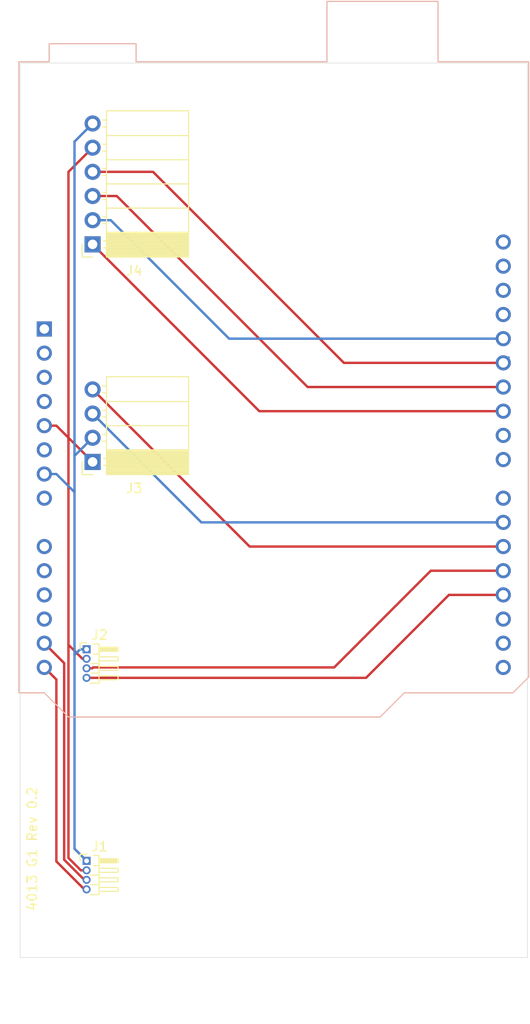
<source format=kicad_pcb>
(kicad_pcb (version 20171130) (host pcbnew "(5.1.10)-1")

  (general
    (thickness 1.6)
    (drawings 18)
    (tracks 58)
    (zones 0)
    (modules 5)
    (nets 33)
  )

  (page A4)
  (layers
    (0 F.Cu signal)
    (31 B.Cu signal)
    (32 B.Adhes user)
    (33 F.Adhes user)
    (34 B.Paste user)
    (35 F.Paste user)
    (36 B.SilkS user)
    (37 F.SilkS user)
    (38 B.Mask user)
    (39 F.Mask user)
    (40 Dwgs.User user)
    (41 Cmts.User user)
    (42 Eco1.User user)
    (43 Eco2.User user)
    (44 Edge.Cuts user)
    (45 Margin user)
    (46 B.CrtYd user)
    (47 F.CrtYd user)
    (48 B.Fab user)
    (49 F.Fab user)
  )

  (setup
    (last_trace_width 0.25)
    (trace_clearance 0.2)
    (zone_clearance 0.508)
    (zone_45_only no)
    (trace_min 0.2)
    (via_size 0.8)
    (via_drill 0.4)
    (via_min_size 0.4)
    (via_min_drill 0.3)
    (uvia_size 0.3)
    (uvia_drill 0.1)
    (uvias_allowed no)
    (uvia_min_size 0.2)
    (uvia_min_drill 0.1)
    (edge_width 0.05)
    (segment_width 0.2)
    (pcb_text_width 0.3)
    (pcb_text_size 1.5 1.5)
    (mod_edge_width 0.12)
    (mod_text_size 1 1)
    (mod_text_width 0.15)
    (pad_size 0.85 0.85)
    (pad_drill 0.5)
    (pad_to_mask_clearance 0)
    (aux_axis_origin 0 0)
    (visible_elements 7FFFFFFF)
    (pcbplotparams
      (layerselection 0x010fc_ffffffff)
      (usegerberextensions false)
      (usegerberattributes true)
      (usegerberadvancedattributes true)
      (creategerberjobfile true)
      (excludeedgelayer true)
      (linewidth 0.100000)
      (plotframeref false)
      (viasonmask false)
      (mode 1)
      (useauxorigin false)
      (hpglpennumber 1)
      (hpglpenspeed 20)
      (hpglpendiameter 15.000000)
      (psnegative false)
      (psa4output false)
      (plotreference true)
      (plotvalue true)
      (plotinvisibletext false)
      (padsonsilk false)
      (subtractmaskfromsilk false)
      (outputformat 1)
      (mirror false)
      (drillshape 1)
      (scaleselection 1)
      (outputdirectory ""))
  )

  (net 0 "")
  (net 1 "Net-(A1-Pad16)")
  (net 2 "Net-(A1-Pad15)")
  (net 3 "Net-(A1-Pad30)")
  (net 4 "Net-(A1-Pad14)")
  (net 5 "Net-(A1-Pad29)")
  (net 6 "Net-(A1-Pad13)")
  (net 7 "Net-(A1-Pad28)")
  (net 8 "Net-(A1-Pad12)")
  (net 9 "Net-(A1-Pad27)")
  (net 10 "Net-(A1-Pad11)")
  (net 11 "Net-(A1-Pad26)")
  (net 12 "Net-(A1-Pad10)")
  (net 13 "Net-(A1-Pad25)")
  (net 14 "Net-(A1-Pad9)")
  (net 15 "Net-(A1-Pad24)")
  (net 16 "Net-(A1-Pad8)")
  (net 17 "Net-(A1-Pad23)")
  (net 18 "Net-(A1-Pad7)")
  (net 19 "Net-(A1-Pad22)")
  (net 20 "Net-(A1-Pad6)")
  (net 21 "Net-(A1-Pad21)")
  (net 22 "Net-(A1-Pad5)")
  (net 23 "Net-(A1-Pad20)")
  (net 24 "Net-(A1-Pad4)")
  (net 25 "Net-(A1-Pad19)")
  (net 26 "Net-(A1-Pad3)")
  (net 27 "Net-(A1-Pad18)")
  (net 28 "Net-(A1-Pad2)")
  (net 29 "Net-(A1-Pad17)")
  (net 30 "Net-(A1-Pad1)")
  (net 31 "Net-(A1-Pad31)")
  (net 32 "Net-(A1-Pad32)")

  (net_class Default "This is the default net class."
    (clearance 0.2)
    (trace_width 0.25)
    (via_dia 0.8)
    (via_drill 0.4)
    (uvia_dia 0.3)
    (uvia_drill 0.1)
    (add_net "Net-(A1-Pad1)")
    (add_net "Net-(A1-Pad10)")
    (add_net "Net-(A1-Pad11)")
    (add_net "Net-(A1-Pad12)")
    (add_net "Net-(A1-Pad13)")
    (add_net "Net-(A1-Pad14)")
    (add_net "Net-(A1-Pad15)")
    (add_net "Net-(A1-Pad16)")
    (add_net "Net-(A1-Pad17)")
    (add_net "Net-(A1-Pad18)")
    (add_net "Net-(A1-Pad19)")
    (add_net "Net-(A1-Pad2)")
    (add_net "Net-(A1-Pad20)")
    (add_net "Net-(A1-Pad21)")
    (add_net "Net-(A1-Pad22)")
    (add_net "Net-(A1-Pad23)")
    (add_net "Net-(A1-Pad24)")
    (add_net "Net-(A1-Pad25)")
    (add_net "Net-(A1-Pad26)")
    (add_net "Net-(A1-Pad27)")
    (add_net "Net-(A1-Pad28)")
    (add_net "Net-(A1-Pad29)")
    (add_net "Net-(A1-Pad3)")
    (add_net "Net-(A1-Pad30)")
    (add_net "Net-(A1-Pad31)")
    (add_net "Net-(A1-Pad32)")
    (add_net "Net-(A1-Pad4)")
    (add_net "Net-(A1-Pad5)")
    (add_net "Net-(A1-Pad6)")
    (add_net "Net-(A1-Pad7)")
    (add_net "Net-(A1-Pad8)")
    (add_net "Net-(A1-Pad9)")
  )

  (module Module:Arduino_UNO_R3 (layer B.Cu) (tedit 58AB60FC) (tstamp 6174C11F)
    (at 92.71 92.71 270)
    (descr "Arduino UNO R3, http://www.mouser.com/pdfdocs/Gravitech_Arduino_Nano3_0.pdf")
    (tags "Arduino UNO R3")
    (path /61745C35)
    (fp_text reference A1 (at 1.27 3.81 90) (layer Dwgs.User)
      (effects (font (size 1 1) (thickness 0.15)))
    )
    (fp_text value Arduino_UNO_R3 (at 0 -22.86 270) (layer Dwgs.User)
      (effects (font (size 1 1) (thickness 0.15)))
    )
    (fp_line (start 38.35 2.79) (end 38.35 0) (layer B.CrtYd) (width 0.05))
    (fp_line (start 38.35 0) (end 40.89 -2.54) (layer B.CrtYd) (width 0.05))
    (fp_line (start 40.89 -2.54) (end 40.89 -35.31) (layer B.CrtYd) (width 0.05))
    (fp_line (start 40.89 -35.31) (end 38.35 -37.85) (layer B.CrtYd) (width 0.05))
    (fp_line (start 38.35 -37.85) (end 38.35 -49.28) (layer B.CrtYd) (width 0.05))
    (fp_line (start 38.35 -49.28) (end 36.58 -51.05) (layer B.CrtYd) (width 0.05))
    (fp_line (start 36.58 -51.05) (end -28.19 -51.05) (layer B.CrtYd) (width 0.05))
    (fp_line (start -28.19 -51.05) (end -28.19 -41.53) (layer B.CrtYd) (width 0.05))
    (fp_line (start -28.19 -41.53) (end -34.54 -41.53) (layer B.CrtYd) (width 0.05))
    (fp_line (start -34.54 -41.53) (end -34.54 -29.59) (layer B.CrtYd) (width 0.05))
    (fp_line (start -34.54 -29.59) (end -28.19 -29.59) (layer B.CrtYd) (width 0.05))
    (fp_line (start -28.19 -29.59) (end -28.19 -9.78) (layer B.CrtYd) (width 0.05))
    (fp_line (start -28.19 -9.78) (end -30.1 -9.78) (layer B.CrtYd) (width 0.05))
    (fp_line (start -30.1 -9.78) (end -30.1 -0.38) (layer B.CrtYd) (width 0.05))
    (fp_line (start -30.1 -0.38) (end -28.19 -0.38) (layer B.CrtYd) (width 0.05))
    (fp_line (start -28.19 -0.38) (end -28.19 2.79) (layer B.CrtYd) (width 0.05))
    (fp_line (start -28.19 2.79) (end 38.35 2.79) (layer B.CrtYd) (width 0.05))
    (fp_line (start 40.77 -35.31) (end 40.77 -2.54) (layer B.SilkS) (width 0.12))
    (fp_line (start 40.77 -2.54) (end 38.23 0) (layer B.SilkS) (width 0.12))
    (fp_line (start 38.23 0) (end 38.23 2.67) (layer B.SilkS) (width 0.12))
    (fp_line (start 38.23 2.67) (end -28.07 2.67) (layer B.SilkS) (width 0.12))
    (fp_line (start -28.07 2.67) (end -28.07 -0.51) (layer B.SilkS) (width 0.12))
    (fp_line (start -28.07 -0.51) (end -29.97 -0.51) (layer B.SilkS) (width 0.12))
    (fp_line (start -29.97 -0.51) (end -29.97 -9.65) (layer B.SilkS) (width 0.12))
    (fp_line (start -29.97 -9.65) (end -28.07 -9.65) (layer B.SilkS) (width 0.12))
    (fp_line (start -28.07 -9.65) (end -28.07 -29.72) (layer B.SilkS) (width 0.12))
    (fp_line (start -28.07 -29.72) (end -34.42 -29.72) (layer B.SilkS) (width 0.12))
    (fp_line (start -34.42 -29.72) (end -34.42 -41.4) (layer B.SilkS) (width 0.12))
    (fp_line (start -34.42 -41.4) (end -28.07 -41.4) (layer B.SilkS) (width 0.12))
    (fp_line (start -28.07 -41.4) (end -28.07 -50.93) (layer B.SilkS) (width 0.12))
    (fp_line (start -28.07 -50.93) (end 36.58 -50.93) (layer B.SilkS) (width 0.12))
    (fp_line (start 36.58 -50.93) (end 38.23 -49.28) (layer B.SilkS) (width 0.12))
    (fp_line (start 38.23 -49.28) (end 38.23 -37.85) (layer B.SilkS) (width 0.12))
    (fp_line (start 38.23 -37.85) (end 40.77 -35.31) (layer B.SilkS) (width 0.12))
    (fp_line (start -34.29 -29.84) (end -18.41 -29.84) (layer B.Fab) (width 0.1))
    (fp_line (start -18.41 -29.84) (end -18.41 -41.27) (layer B.Fab) (width 0.1))
    (fp_line (start -18.41 -41.27) (end -34.29 -41.27) (layer B.Fab) (width 0.1))
    (fp_line (start -34.29 -41.27) (end -34.29 -29.84) (layer B.Fab) (width 0.1))
    (fp_line (start -29.84 -0.64) (end -16.51 -0.64) (layer B.Fab) (width 0.1))
    (fp_line (start -16.51 -0.64) (end -16.51 -9.53) (layer B.Fab) (width 0.1))
    (fp_line (start -16.51 -9.53) (end -29.84 -9.53) (layer B.Fab) (width 0.1))
    (fp_line (start -29.84 -9.53) (end -29.84 -0.64) (layer B.Fab) (width 0.1))
    (fp_line (start 38.1 -37.85) (end 38.1 -49.28) (layer B.Fab) (width 0.1))
    (fp_line (start 40.64 -2.54) (end 40.64 -35.31) (layer B.Fab) (width 0.1))
    (fp_line (start 40.64 -35.31) (end 38.1 -37.85) (layer B.Fab) (width 0.1))
    (fp_line (start 38.1 2.54) (end 38.1 0) (layer B.Fab) (width 0.1))
    (fp_line (start 38.1 0) (end 40.64 -2.54) (layer B.Fab) (width 0.1))
    (fp_line (start 38.1 -49.28) (end 36.58 -50.8) (layer B.Fab) (width 0.1))
    (fp_line (start 36.58 -50.8) (end -27.94 -50.8) (layer B.Fab) (width 0.1))
    (fp_line (start -27.94 -50.8) (end -27.94 2.54) (layer B.Fab) (width 0.1))
    (fp_line (start -27.94 2.54) (end 38.1 2.54) (layer B.Fab) (width 0.1))
    (fp_text user %R (at 0 -20.32 90) (layer Dwgs.User)
      (effects (font (size 1 1) (thickness 0.15)))
    )
    (pad 16 thru_hole oval (at 33.02 -48.26 180) (size 1.6 1.6) (drill 1) (layers *.Cu *.Mask)
      (net 1 "Net-(A1-Pad16)"))
    (pad 15 thru_hole oval (at 35.56 -48.26 180) (size 1.6 1.6) (drill 1) (layers *.Cu *.Mask)
      (net 2 "Net-(A1-Pad15)"))
    (pad 30 thru_hole oval (at -4.06 -48.26 180) (size 1.6 1.6) (drill 1) (layers *.Cu *.Mask)
      (net 3 "Net-(A1-Pad30)"))
    (pad 14 thru_hole oval (at 35.56 0 180) (size 1.6 1.6) (drill 1) (layers *.Cu *.Mask)
      (net 4 "Net-(A1-Pad14)"))
    (pad 29 thru_hole oval (at -1.52 -48.26 180) (size 1.6 1.6) (drill 1) (layers *.Cu *.Mask)
      (net 5 "Net-(A1-Pad29)"))
    (pad 13 thru_hole oval (at 33.02 0 180) (size 1.6 1.6) (drill 1) (layers *.Cu *.Mask)
      (net 6 "Net-(A1-Pad13)"))
    (pad 28 thru_hole oval (at 1.02 -48.26 180) (size 1.6 1.6) (drill 1) (layers *.Cu *.Mask)
      (net 7 "Net-(A1-Pad28)"))
    (pad 12 thru_hole oval (at 30.48 0 180) (size 1.6 1.6) (drill 1) (layers *.Cu *.Mask)
      (net 8 "Net-(A1-Pad12)"))
    (pad 27 thru_hole oval (at 3.56 -48.26 180) (size 1.6 1.6) (drill 1) (layers *.Cu *.Mask)
      (net 9 "Net-(A1-Pad27)"))
    (pad 11 thru_hole oval (at 27.94 0 180) (size 1.6 1.6) (drill 1) (layers *.Cu *.Mask)
      (net 10 "Net-(A1-Pad11)"))
    (pad 26 thru_hole oval (at 6.1 -48.26 180) (size 1.6 1.6) (drill 1) (layers *.Cu *.Mask)
      (net 11 "Net-(A1-Pad26)"))
    (pad 10 thru_hole oval (at 25.4 0 180) (size 1.6 1.6) (drill 1) (layers *.Cu *.Mask)
      (net 12 "Net-(A1-Pad10)"))
    (pad 25 thru_hole oval (at 8.64 -48.26 180) (size 1.6 1.6) (drill 1) (layers *.Cu *.Mask)
      (net 13 "Net-(A1-Pad25)"))
    (pad 9 thru_hole oval (at 22.86 0 180) (size 1.6 1.6) (drill 1) (layers *.Cu *.Mask)
      (net 14 "Net-(A1-Pad9)"))
    (pad 24 thru_hole oval (at 11.18 -48.26 180) (size 1.6 1.6) (drill 1) (layers *.Cu *.Mask)
      (net 15 "Net-(A1-Pad24)"))
    (pad 8 thru_hole oval (at 17.78 0 180) (size 1.6 1.6) (drill 1) (layers *.Cu *.Mask)
      (net 16 "Net-(A1-Pad8)"))
    (pad 23 thru_hole oval (at 13.72 -48.26 180) (size 1.6 1.6) (drill 1) (layers *.Cu *.Mask)
      (net 17 "Net-(A1-Pad23)"))
    (pad 7 thru_hole oval (at 15.24 0 180) (size 1.6 1.6) (drill 1) (layers *.Cu *.Mask)
      (net 18 "Net-(A1-Pad7)"))
    (pad 22 thru_hole oval (at 17.78 -48.26 180) (size 1.6 1.6) (drill 1) (layers *.Cu *.Mask)
      (net 19 "Net-(A1-Pad22)"))
    (pad 6 thru_hole oval (at 12.7 0 180) (size 1.6 1.6) (drill 1) (layers *.Cu *.Mask)
      (net 20 "Net-(A1-Pad6)"))
    (pad 21 thru_hole oval (at 20.32 -48.26 180) (size 1.6 1.6) (drill 1) (layers *.Cu *.Mask)
      (net 21 "Net-(A1-Pad21)"))
    (pad 5 thru_hole oval (at 10.16 0 180) (size 1.6 1.6) (drill 1) (layers *.Cu *.Mask)
      (net 22 "Net-(A1-Pad5)"))
    (pad 20 thru_hole oval (at 22.86 -48.26 180) (size 1.6 1.6) (drill 1) (layers *.Cu *.Mask)
      (net 23 "Net-(A1-Pad20)"))
    (pad 4 thru_hole oval (at 7.62 0 180) (size 1.6 1.6) (drill 1) (layers *.Cu *.Mask)
      (net 24 "Net-(A1-Pad4)"))
    (pad 19 thru_hole oval (at 25.4 -48.26 180) (size 1.6 1.6) (drill 1) (layers *.Cu *.Mask)
      (net 25 "Net-(A1-Pad19)"))
    (pad 3 thru_hole oval (at 5.08 0 180) (size 1.6 1.6) (drill 1) (layers *.Cu *.Mask)
      (net 26 "Net-(A1-Pad3)"))
    (pad 18 thru_hole oval (at 27.94 -48.26 180) (size 1.6 1.6) (drill 1) (layers *.Cu *.Mask)
      (net 27 "Net-(A1-Pad18)"))
    (pad 2 thru_hole oval (at 2.54 0 180) (size 1.6 1.6) (drill 1) (layers *.Cu *.Mask)
      (net 28 "Net-(A1-Pad2)"))
    (pad 17 thru_hole oval (at 30.48 -48.26 180) (size 1.6 1.6) (drill 1) (layers *.Cu *.Mask)
      (net 29 "Net-(A1-Pad17)"))
    (pad 1 thru_hole rect (at 0 0 180) (size 1.6 1.6) (drill 1) (layers *.Cu *.Mask)
      (net 30 "Net-(A1-Pad1)"))
    (pad 31 thru_hole oval (at -6.6 -48.26 180) (size 1.6 1.6) (drill 1) (layers *.Cu *.Mask)
      (net 31 "Net-(A1-Pad31)"))
    (pad 32 thru_hole oval (at -9.14 -48.26 180) (size 1.6 1.6) (drill 1) (layers *.Cu *.Mask)
      (net 32 "Net-(A1-Pad32)"))
    (model ${KISYS3DMOD}/Module.3dshapes/Arduino_UNO_R3.wrl
      (at (xyz 0 0 0))
      (scale (xyz 1 1 1))
      (rotate (xyz 0 0 0))
    )
  )

  (module Connector_PinSocket_2.54mm:PinSocket_1x06_P2.54mm_Horizontal (layer F.Cu) (tedit 5A19A42D) (tstamp 618103AF)
    (at 97.79 83.82 180)
    (descr "Through hole angled socket strip, 1x06, 2.54mm pitch, 8.51mm socket length, single row (from Kicad 4.0.7), script generated")
    (tags "Through hole angled socket strip THT 1x06 2.54mm single row")
    (path /6174B27E)
    (fp_text reference J4 (at -4.38 -2.77) (layer F.SilkS)
      (effects (font (size 1 1) (thickness 0.15)))
    )
    (fp_text value "SD (SPI)" (at -4.38 15.47) (layer F.Fab)
      (effects (font (size 1 1) (thickness 0.15)))
    )
    (fp_line (start 1.75 14.45) (end 1.75 -1.8) (layer F.CrtYd) (width 0.05))
    (fp_line (start -10.55 14.45) (end 1.75 14.45) (layer F.CrtYd) (width 0.05))
    (fp_line (start -10.55 -1.8) (end -10.55 14.45) (layer F.CrtYd) (width 0.05))
    (fp_line (start 1.75 -1.8) (end -10.55 -1.8) (layer F.CrtYd) (width 0.05))
    (fp_line (start 0 -1.33) (end 1.11 -1.33) (layer F.SilkS) (width 0.12))
    (fp_line (start 1.11 -1.33) (end 1.11 0) (layer F.SilkS) (width 0.12))
    (fp_line (start -10.09 -1.33) (end -10.09 14.03) (layer F.SilkS) (width 0.12))
    (fp_line (start -10.09 14.03) (end -1.46 14.03) (layer F.SilkS) (width 0.12))
    (fp_line (start -1.46 -1.33) (end -1.46 14.03) (layer F.SilkS) (width 0.12))
    (fp_line (start -10.09 -1.33) (end -1.46 -1.33) (layer F.SilkS) (width 0.12))
    (fp_line (start -10.09 11.43) (end -1.46 11.43) (layer F.SilkS) (width 0.12))
    (fp_line (start -10.09 8.89) (end -1.46 8.89) (layer F.SilkS) (width 0.12))
    (fp_line (start -10.09 6.35) (end -1.46 6.35) (layer F.SilkS) (width 0.12))
    (fp_line (start -10.09 3.81) (end -1.46 3.81) (layer F.SilkS) (width 0.12))
    (fp_line (start -10.09 1.27) (end -1.46 1.27) (layer F.SilkS) (width 0.12))
    (fp_line (start -1.46 13.06) (end -1.05 13.06) (layer F.SilkS) (width 0.12))
    (fp_line (start -1.46 12.34) (end -1.05 12.34) (layer F.SilkS) (width 0.12))
    (fp_line (start -1.46 10.52) (end -1.05 10.52) (layer F.SilkS) (width 0.12))
    (fp_line (start -1.46 9.8) (end -1.05 9.8) (layer F.SilkS) (width 0.12))
    (fp_line (start -1.46 7.98) (end -1.05 7.98) (layer F.SilkS) (width 0.12))
    (fp_line (start -1.46 7.26) (end -1.05 7.26) (layer F.SilkS) (width 0.12))
    (fp_line (start -1.46 5.44) (end -1.05 5.44) (layer F.SilkS) (width 0.12))
    (fp_line (start -1.46 4.72) (end -1.05 4.72) (layer F.SilkS) (width 0.12))
    (fp_line (start -1.46 2.9) (end -1.05 2.9) (layer F.SilkS) (width 0.12))
    (fp_line (start -1.46 2.18) (end -1.05 2.18) (layer F.SilkS) (width 0.12))
    (fp_line (start -1.46 0.36) (end -1.11 0.36) (layer F.SilkS) (width 0.12))
    (fp_line (start -1.46 -0.36) (end -1.11 -0.36) (layer F.SilkS) (width 0.12))
    (fp_line (start -10.09 1.1519) (end -1.46 1.1519) (layer F.SilkS) (width 0.12))
    (fp_line (start -10.09 1.033805) (end -1.46 1.033805) (layer F.SilkS) (width 0.12))
    (fp_line (start -10.09 0.91571) (end -1.46 0.91571) (layer F.SilkS) (width 0.12))
    (fp_line (start -10.09 0.797615) (end -1.46 0.797615) (layer F.SilkS) (width 0.12))
    (fp_line (start -10.09 0.67952) (end -1.46 0.67952) (layer F.SilkS) (width 0.12))
    (fp_line (start -10.09 0.561425) (end -1.46 0.561425) (layer F.SilkS) (width 0.12))
    (fp_line (start -10.09 0.44333) (end -1.46 0.44333) (layer F.SilkS) (width 0.12))
    (fp_line (start -10.09 0.325235) (end -1.46 0.325235) (layer F.SilkS) (width 0.12))
    (fp_line (start -10.09 0.20714) (end -1.46 0.20714) (layer F.SilkS) (width 0.12))
    (fp_line (start -10.09 0.089045) (end -1.46 0.089045) (layer F.SilkS) (width 0.12))
    (fp_line (start -10.09 -0.02905) (end -1.46 -0.02905) (layer F.SilkS) (width 0.12))
    (fp_line (start -10.09 -0.147145) (end -1.46 -0.147145) (layer F.SilkS) (width 0.12))
    (fp_line (start -10.09 -0.26524) (end -1.46 -0.26524) (layer F.SilkS) (width 0.12))
    (fp_line (start -10.09 -0.383335) (end -1.46 -0.383335) (layer F.SilkS) (width 0.12))
    (fp_line (start -10.09 -0.50143) (end -1.46 -0.50143) (layer F.SilkS) (width 0.12))
    (fp_line (start -10.09 -0.619525) (end -1.46 -0.619525) (layer F.SilkS) (width 0.12))
    (fp_line (start -10.09 -0.73762) (end -1.46 -0.73762) (layer F.SilkS) (width 0.12))
    (fp_line (start -10.09 -0.855715) (end -1.46 -0.855715) (layer F.SilkS) (width 0.12))
    (fp_line (start -10.09 -0.97381) (end -1.46 -0.97381) (layer F.SilkS) (width 0.12))
    (fp_line (start -10.09 -1.091905) (end -1.46 -1.091905) (layer F.SilkS) (width 0.12))
    (fp_line (start -10.09 -1.21) (end -1.46 -1.21) (layer F.SilkS) (width 0.12))
    (fp_line (start 0 13) (end 0 12.4) (layer F.Fab) (width 0.1))
    (fp_line (start -1.52 13) (end 0 13) (layer F.Fab) (width 0.1))
    (fp_line (start 0 12.4) (end -1.52 12.4) (layer F.Fab) (width 0.1))
    (fp_line (start 0 10.46) (end 0 9.86) (layer F.Fab) (width 0.1))
    (fp_line (start -1.52 10.46) (end 0 10.46) (layer F.Fab) (width 0.1))
    (fp_line (start 0 9.86) (end -1.52 9.86) (layer F.Fab) (width 0.1))
    (fp_line (start 0 7.92) (end 0 7.32) (layer F.Fab) (width 0.1))
    (fp_line (start -1.52 7.92) (end 0 7.92) (layer F.Fab) (width 0.1))
    (fp_line (start 0 7.32) (end -1.52 7.32) (layer F.Fab) (width 0.1))
    (fp_line (start 0 5.38) (end 0 4.78) (layer F.Fab) (width 0.1))
    (fp_line (start -1.52 5.38) (end 0 5.38) (layer F.Fab) (width 0.1))
    (fp_line (start 0 4.78) (end -1.52 4.78) (layer F.Fab) (width 0.1))
    (fp_line (start 0 2.84) (end 0 2.24) (layer F.Fab) (width 0.1))
    (fp_line (start -1.52 2.84) (end 0 2.84) (layer F.Fab) (width 0.1))
    (fp_line (start 0 2.24) (end -1.52 2.24) (layer F.Fab) (width 0.1))
    (fp_line (start 0 0.3) (end 0 -0.3) (layer F.Fab) (width 0.1))
    (fp_line (start -1.52 0.3) (end 0 0.3) (layer F.Fab) (width 0.1))
    (fp_line (start 0 -0.3) (end -1.52 -0.3) (layer F.Fab) (width 0.1))
    (fp_line (start -10.03 13.97) (end -10.03 -1.27) (layer F.Fab) (width 0.1))
    (fp_line (start -1.52 13.97) (end -10.03 13.97) (layer F.Fab) (width 0.1))
    (fp_line (start -1.52 -0.3) (end -1.52 13.97) (layer F.Fab) (width 0.1))
    (fp_line (start -2.49 -1.27) (end -1.52 -0.3) (layer F.Fab) (width 0.1))
    (fp_line (start -10.03 -1.27) (end -2.49 -1.27) (layer F.Fab) (width 0.1))
    (fp_text user %R (at -5.775 6.35 90) (layer F.Fab)
      (effects (font (size 1 1) (thickness 0.15)))
    )
    (pad 6 thru_hole oval (at 0 12.7 180) (size 1.7 1.7) (drill 1) (layers *.Cu *.Mask)
      (net 18 "Net-(A1-Pad7)"))
    (pad 5 thru_hole oval (at 0 10.16 180) (size 1.7 1.7) (drill 1) (layers *.Cu *.Mask)
      (net 22 "Net-(A1-Pad5)"))
    (pad 4 thru_hole oval (at 0 7.62 180) (size 1.7 1.7) (drill 1) (layers *.Cu *.Mask)
      (net 9 "Net-(A1-Pad27)"))
    (pad 3 thru_hole oval (at 0 5.08 180) (size 1.7 1.7) (drill 1) (layers *.Cu *.Mask)
      (net 11 "Net-(A1-Pad26)"))
    (pad 2 thru_hole oval (at 0 2.54 180) (size 1.7 1.7) (drill 1) (layers *.Cu *.Mask)
      (net 7 "Net-(A1-Pad28)"))
    (pad 1 thru_hole rect (at 0 0 180) (size 1.7 1.7) (drill 1) (layers *.Cu *.Mask)
      (net 13 "Net-(A1-Pad25)"))
    (model ${KISYS3DMOD}/Connector_PinSocket_2.54mm.3dshapes/PinSocket_1x06_P2.54mm_Horizontal.wrl
      (at (xyz 0 0 0))
      (scale (xyz 1 1 1))
      (rotate (xyz 0 0 0))
    )
  )

  (module Connector_PinSocket_2.54mm:PinSocket_1x04_P2.54mm_Horizontal (layer F.Cu) (tedit 5A19A424) (tstamp 6180F040)
    (at 97.79 106.68 180)
    (descr "Through hole angled socket strip, 1x04, 2.54mm pitch, 8.51mm socket length, single row (from Kicad 4.0.7), script generated")
    (tags "Through hole angled socket strip THT 1x04 2.54mm single row")
    (path /6174C279)
    (fp_text reference J3 (at -4.38 -2.77) (layer F.SilkS)
      (effects (font (size 1 1) (thickness 0.15)))
    )
    (fp_text value "BT (UART)" (at -4.38 10.39) (layer F.Fab)
      (effects (font (size 1 1) (thickness 0.15)))
    )
    (fp_line (start 1.75 9.45) (end 1.75 -1.75) (layer F.CrtYd) (width 0.05))
    (fp_line (start -10.55 9.45) (end 1.75 9.45) (layer F.CrtYd) (width 0.05))
    (fp_line (start -10.55 -1.75) (end -10.55 9.45) (layer F.CrtYd) (width 0.05))
    (fp_line (start 1.75 -1.75) (end -10.55 -1.75) (layer F.CrtYd) (width 0.05))
    (fp_line (start 0 -1.33) (end 1.11 -1.33) (layer F.SilkS) (width 0.12))
    (fp_line (start 1.11 -1.33) (end 1.11 0) (layer F.SilkS) (width 0.12))
    (fp_line (start -10.09 -1.33) (end -10.09 8.95) (layer F.SilkS) (width 0.12))
    (fp_line (start -10.09 8.95) (end -1.46 8.95) (layer F.SilkS) (width 0.12))
    (fp_line (start -1.46 -1.33) (end -1.46 8.95) (layer F.SilkS) (width 0.12))
    (fp_line (start -10.09 -1.33) (end -1.46 -1.33) (layer F.SilkS) (width 0.12))
    (fp_line (start -10.09 6.35) (end -1.46 6.35) (layer F.SilkS) (width 0.12))
    (fp_line (start -10.09 3.81) (end -1.46 3.81) (layer F.SilkS) (width 0.12))
    (fp_line (start -10.09 1.27) (end -1.46 1.27) (layer F.SilkS) (width 0.12))
    (fp_line (start -1.46 7.98) (end -1.05 7.98) (layer F.SilkS) (width 0.12))
    (fp_line (start -1.46 7.26) (end -1.05 7.26) (layer F.SilkS) (width 0.12))
    (fp_line (start -1.46 5.44) (end -1.05 5.44) (layer F.SilkS) (width 0.12))
    (fp_line (start -1.46 4.72) (end -1.05 4.72) (layer F.SilkS) (width 0.12))
    (fp_line (start -1.46 2.9) (end -1.05 2.9) (layer F.SilkS) (width 0.12))
    (fp_line (start -1.46 2.18) (end -1.05 2.18) (layer F.SilkS) (width 0.12))
    (fp_line (start -1.46 0.36) (end -1.11 0.36) (layer F.SilkS) (width 0.12))
    (fp_line (start -1.46 -0.36) (end -1.11 -0.36) (layer F.SilkS) (width 0.12))
    (fp_line (start -10.09 1.1519) (end -1.46 1.1519) (layer F.SilkS) (width 0.12))
    (fp_line (start -10.09 1.033805) (end -1.46 1.033805) (layer F.SilkS) (width 0.12))
    (fp_line (start -10.09 0.91571) (end -1.46 0.91571) (layer F.SilkS) (width 0.12))
    (fp_line (start -10.09 0.797615) (end -1.46 0.797615) (layer F.SilkS) (width 0.12))
    (fp_line (start -10.09 0.67952) (end -1.46 0.67952) (layer F.SilkS) (width 0.12))
    (fp_line (start -10.09 0.561425) (end -1.46 0.561425) (layer F.SilkS) (width 0.12))
    (fp_line (start -10.09 0.44333) (end -1.46 0.44333) (layer F.SilkS) (width 0.12))
    (fp_line (start -10.09 0.325235) (end -1.46 0.325235) (layer F.SilkS) (width 0.12))
    (fp_line (start -10.09 0.20714) (end -1.46 0.20714) (layer F.SilkS) (width 0.12))
    (fp_line (start -10.09 0.089045) (end -1.46 0.089045) (layer F.SilkS) (width 0.12))
    (fp_line (start -10.09 -0.02905) (end -1.46 -0.02905) (layer F.SilkS) (width 0.12))
    (fp_line (start -10.09 -0.147145) (end -1.46 -0.147145) (layer F.SilkS) (width 0.12))
    (fp_line (start -10.09 -0.26524) (end -1.46 -0.26524) (layer F.SilkS) (width 0.12))
    (fp_line (start -10.09 -0.383335) (end -1.46 -0.383335) (layer F.SilkS) (width 0.12))
    (fp_line (start -10.09 -0.50143) (end -1.46 -0.50143) (layer F.SilkS) (width 0.12))
    (fp_line (start -10.09 -0.619525) (end -1.46 -0.619525) (layer F.SilkS) (width 0.12))
    (fp_line (start -10.09 -0.73762) (end -1.46 -0.73762) (layer F.SilkS) (width 0.12))
    (fp_line (start -10.09 -0.855715) (end -1.46 -0.855715) (layer F.SilkS) (width 0.12))
    (fp_line (start -10.09 -0.97381) (end -1.46 -0.97381) (layer F.SilkS) (width 0.12))
    (fp_line (start -10.09 -1.091905) (end -1.46 -1.091905) (layer F.SilkS) (width 0.12))
    (fp_line (start -10.09 -1.21) (end -1.46 -1.21) (layer F.SilkS) (width 0.12))
    (fp_line (start 0 7.92) (end 0 7.32) (layer F.Fab) (width 0.1))
    (fp_line (start -1.52 7.92) (end 0 7.92) (layer F.Fab) (width 0.1))
    (fp_line (start 0 7.32) (end -1.52 7.32) (layer F.Fab) (width 0.1))
    (fp_line (start 0 5.38) (end 0 4.78) (layer F.Fab) (width 0.1))
    (fp_line (start -1.52 5.38) (end 0 5.38) (layer F.Fab) (width 0.1))
    (fp_line (start 0 4.78) (end -1.52 4.78) (layer F.Fab) (width 0.1))
    (fp_line (start 0 2.84) (end 0 2.24) (layer F.Fab) (width 0.1))
    (fp_line (start -1.52 2.84) (end 0 2.84) (layer F.Fab) (width 0.1))
    (fp_line (start 0 2.24) (end -1.52 2.24) (layer F.Fab) (width 0.1))
    (fp_line (start 0 0.3) (end 0 -0.3) (layer F.Fab) (width 0.1))
    (fp_line (start -1.52 0.3) (end 0 0.3) (layer F.Fab) (width 0.1))
    (fp_line (start 0 -0.3) (end -1.52 -0.3) (layer F.Fab) (width 0.1))
    (fp_line (start -10.03 8.89) (end -10.03 -1.27) (layer F.Fab) (width 0.1))
    (fp_line (start -1.52 8.89) (end -10.03 8.89) (layer F.Fab) (width 0.1))
    (fp_line (start -1.52 -0.3) (end -1.52 8.89) (layer F.Fab) (width 0.1))
    (fp_line (start -2.49 -1.27) (end -1.52 -0.3) (layer F.Fab) (width 0.1))
    (fp_line (start -10.03 -1.27) (end -2.49 -1.27) (layer F.Fab) (width 0.1))
    (fp_text user %R (at -5.775 3.81 90) (layer F.Fab)
      (effects (font (size 1 1) (thickness 0.15)))
    )
    (pad 4 thru_hole oval (at 0 7.62 180) (size 1.7 1.7) (drill 1) (layers *.Cu *.Mask)
      (net 23 "Net-(A1-Pad20)"))
    (pad 3 thru_hole oval (at 0 5.08 180) (size 1.7 1.7) (drill 1) (layers *.Cu *.Mask)
      (net 21 "Net-(A1-Pad21)"))
    (pad 2 thru_hole oval (at 0 2.54 180) (size 1.7 1.7) (drill 1) (layers *.Cu *.Mask)
      (net 18 "Net-(A1-Pad7)"))
    (pad 1 thru_hole rect (at 0 0 180) (size 1.7 1.7) (drill 1) (layers *.Cu *.Mask)
      (net 22 "Net-(A1-Pad5)"))
    (model ${KISYS3DMOD}/Connector_PinSocket_2.54mm.3dshapes/PinSocket_1x04_P2.54mm_Horizontal.wrl
      (at (xyz 0 0 0))
      (scale (xyz 1 1 1))
      (rotate (xyz 0 0 0))
    )
  )

  (module Connector_PinHeader_1.00mm:PinHeader_1x04_P1.00mm_Horizontal (layer F.Cu) (tedit 59FED737) (tstamp 6180F786)
    (at 97.155 126.365)
    (descr "Through hole angled pin header, 1x04, 1.00mm pitch, 2.0mm pin length, single row")
    (tags "Through hole angled pin header THT 1x04 1.00mm single row")
    (path /61749C09)
    (fp_text reference J2 (at 1.375 -1.5) (layer F.SilkS)
      (effects (font (size 1 1) (thickness 0.15)))
    )
    (fp_text value "GPS (UART)" (at 1.375 4.5) (layer F.Fab)
      (effects (font (size 1 1) (thickness 0.15)))
    )
    (fp_line (start 3.75 -1) (end -1 -1) (layer F.CrtYd) (width 0.05))
    (fp_line (start 3.75 4) (end 3.75 -1) (layer F.CrtYd) (width 0.05))
    (fp_line (start -1 4) (end 3.75 4) (layer F.CrtYd) (width 0.05))
    (fp_line (start -1 -1) (end -1 4) (layer F.CrtYd) (width 0.05))
    (fp_line (start -0.685 -0.685) (end 0 -0.685) (layer F.SilkS) (width 0.12))
    (fp_line (start -0.685 0) (end -0.685 -0.685) (layer F.SilkS) (width 0.12))
    (fp_line (start 3.31 3.21) (end 1.31 3.21) (layer F.SilkS) (width 0.12))
    (fp_line (start 3.31 2.79) (end 3.31 3.21) (layer F.SilkS) (width 0.12))
    (fp_line (start 1.31 2.79) (end 3.31 2.79) (layer F.SilkS) (width 0.12))
    (fp_line (start 0.468215 2.5) (end 1.31 2.5) (layer F.SilkS) (width 0.12))
    (fp_line (start 3.31 2.21) (end 1.31 2.21) (layer F.SilkS) (width 0.12))
    (fp_line (start 3.31 1.79) (end 3.31 2.21) (layer F.SilkS) (width 0.12))
    (fp_line (start 1.31 1.79) (end 3.31 1.79) (layer F.SilkS) (width 0.12))
    (fp_line (start 0.468215 1.5) (end 1.31 1.5) (layer F.SilkS) (width 0.12))
    (fp_line (start 3.31 1.21) (end 1.31 1.21) (layer F.SilkS) (width 0.12))
    (fp_line (start 3.31 0.79) (end 3.31 1.21) (layer F.SilkS) (width 0.12))
    (fp_line (start 1.31 0.79) (end 3.31 0.79) (layer F.SilkS) (width 0.12))
    (fp_line (start 0.685 0.5) (end 1.31 0.5) (layer F.SilkS) (width 0.12))
    (fp_line (start 1.31 0.09) (end 3.31 0.09) (layer F.SilkS) (width 0.12))
    (fp_line (start 1.31 -0.03) (end 3.31 -0.03) (layer F.SilkS) (width 0.12))
    (fp_line (start 1.31 -0.15) (end 3.31 -0.15) (layer F.SilkS) (width 0.12))
    (fp_line (start 3.31 0.21) (end 1.31 0.21) (layer F.SilkS) (width 0.12))
    (fp_line (start 3.31 -0.21) (end 3.31 0.21) (layer F.SilkS) (width 0.12))
    (fp_line (start 1.31 -0.21) (end 3.31 -0.21) (layer F.SilkS) (width 0.12))
    (fp_line (start 1.31 3.56) (end 0.394493 3.56) (layer F.SilkS) (width 0.12))
    (fp_line (start 1.31 -0.56) (end 1.31 3.56) (layer F.SilkS) (width 0.12))
    (fp_line (start 0.685 -0.56) (end 1.31 -0.56) (layer F.SilkS) (width 0.12))
    (fp_line (start 1.25 3.15) (end 3.25 3.15) (layer F.Fab) (width 0.1))
    (fp_line (start 3.25 2.85) (end 3.25 3.15) (layer F.Fab) (width 0.1))
    (fp_line (start 1.25 2.85) (end 3.25 2.85) (layer F.Fab) (width 0.1))
    (fp_line (start -0.15 3.15) (end 0.25 3.15) (layer F.Fab) (width 0.1))
    (fp_line (start -0.15 2.85) (end -0.15 3.15) (layer F.Fab) (width 0.1))
    (fp_line (start -0.15 2.85) (end 0.25 2.85) (layer F.Fab) (width 0.1))
    (fp_line (start 1.25 2.15) (end 3.25 2.15) (layer F.Fab) (width 0.1))
    (fp_line (start 3.25 1.85) (end 3.25 2.15) (layer F.Fab) (width 0.1))
    (fp_line (start 1.25 1.85) (end 3.25 1.85) (layer F.Fab) (width 0.1))
    (fp_line (start -0.15 2.15) (end 0.25 2.15) (layer F.Fab) (width 0.1))
    (fp_line (start -0.15 1.85) (end -0.15 2.15) (layer F.Fab) (width 0.1))
    (fp_line (start -0.15 1.85) (end 0.25 1.85) (layer F.Fab) (width 0.1))
    (fp_line (start 1.25 1.15) (end 3.25 1.15) (layer F.Fab) (width 0.1))
    (fp_line (start 3.25 0.85) (end 3.25 1.15) (layer F.Fab) (width 0.1))
    (fp_line (start 1.25 0.85) (end 3.25 0.85) (layer F.Fab) (width 0.1))
    (fp_line (start -0.15 1.15) (end 0.25 1.15) (layer F.Fab) (width 0.1))
    (fp_line (start -0.15 0.85) (end -0.15 1.15) (layer F.Fab) (width 0.1))
    (fp_line (start -0.15 0.85) (end 0.25 0.85) (layer F.Fab) (width 0.1))
    (fp_line (start 1.25 0.15) (end 3.25 0.15) (layer F.Fab) (width 0.1))
    (fp_line (start 3.25 -0.15) (end 3.25 0.15) (layer F.Fab) (width 0.1))
    (fp_line (start 1.25 -0.15) (end 3.25 -0.15) (layer F.Fab) (width 0.1))
    (fp_line (start -0.15 0.15) (end 0.25 0.15) (layer F.Fab) (width 0.1))
    (fp_line (start -0.15 -0.15) (end -0.15 0.15) (layer F.Fab) (width 0.1))
    (fp_line (start -0.15 -0.15) (end 0.25 -0.15) (layer F.Fab) (width 0.1))
    (fp_line (start 0.25 -0.25) (end 0.5 -0.5) (layer F.Fab) (width 0.1))
    (fp_line (start 0.25 3.5) (end 0.25 -0.25) (layer F.Fab) (width 0.1))
    (fp_line (start 1.25 3.5) (end 0.25 3.5) (layer F.Fab) (width 0.1))
    (fp_line (start 1.25 -0.5) (end 1.25 3.5) (layer F.Fab) (width 0.1))
    (fp_line (start 0.5 -0.5) (end 1.25 -0.5) (layer F.Fab) (width 0.1))
    (fp_text user %R (at 0.75 1.5 90) (layer F.Fab)
      (effects (font (size 0.6 0.6) (thickness 0.09)))
    )
    (pad 4 thru_hole oval (at 0 3) (size 0.85 0.85) (drill 0.5) (layers *.Cu *.Mask)
      (net 27 "Net-(A1-Pad18)"))
    (pad 3 thru_hole oval (at 0 2) (size 0.85 0.85) (drill 0.5) (layers *.Cu *.Mask)
      (net 25 "Net-(A1-Pad19)"))
    (pad 2 thru_hole oval (at 0 1) (size 0.85 0.85) (drill 0.5) (layers *.Cu *.Mask)
      (net 22 "Net-(A1-Pad5)"))
    (pad 1 thru_hole rect (at 0 0) (size 0.85 0.85) (drill 0.5) (layers *.Cu *.Mask)
      (net 18 "Net-(A1-Pad7)"))
    (model ${KISYS3DMOD}/Connector_PinHeader_1.00mm.3dshapes/PinHeader_1x04_P1.00mm_Horizontal.wrl
      (at (xyz 0 0 0))
      (scale (xyz 1 1 1))
      (rotate (xyz 0 0 0))
    )
  )

  (module Connector_PinHeader_1.00mm:PinHeader_1x04_P1.00mm_Horizontal (layer F.Cu) (tedit 59FED737) (tstamp 6180FEE2)
    (at 97.155 148.59)
    (descr "Through hole angled pin header, 1x04, 1.00mm pitch, 2.0mm pin length, single row")
    (tags "Through hole angled pin header THT 1x04 1.00mm single row")
    (path /61749D72)
    (fp_text reference J1 (at 1.375 -1.5) (layer F.SilkS)
      (effects (font (size 1 1) (thickness 0.15)))
    )
    (fp_text value "IMU (I2C)" (at 1.375 4.5) (layer F.Fab)
      (effects (font (size 1 1) (thickness 0.15)))
    )
    (fp_line (start 0.5 -0.5) (end 1.25 -0.5) (layer F.Fab) (width 0.1))
    (fp_line (start 1.25 -0.5) (end 1.25 3.5) (layer F.Fab) (width 0.1))
    (fp_line (start 1.25 3.5) (end 0.25 3.5) (layer F.Fab) (width 0.1))
    (fp_line (start 0.25 3.5) (end 0.25 -0.25) (layer F.Fab) (width 0.1))
    (fp_line (start 0.25 -0.25) (end 0.5 -0.5) (layer F.Fab) (width 0.1))
    (fp_line (start -0.15 -0.15) (end 0.25 -0.15) (layer F.Fab) (width 0.1))
    (fp_line (start -0.15 -0.15) (end -0.15 0.15) (layer F.Fab) (width 0.1))
    (fp_line (start -0.15 0.15) (end 0.25 0.15) (layer F.Fab) (width 0.1))
    (fp_line (start 1.25 -0.15) (end 3.25 -0.15) (layer F.Fab) (width 0.1))
    (fp_line (start 3.25 -0.15) (end 3.25 0.15) (layer F.Fab) (width 0.1))
    (fp_line (start 1.25 0.15) (end 3.25 0.15) (layer F.Fab) (width 0.1))
    (fp_line (start -0.15 0.85) (end 0.25 0.85) (layer F.Fab) (width 0.1))
    (fp_line (start -0.15 0.85) (end -0.15 1.15) (layer F.Fab) (width 0.1))
    (fp_line (start -0.15 1.15) (end 0.25 1.15) (layer F.Fab) (width 0.1))
    (fp_line (start 1.25 0.85) (end 3.25 0.85) (layer F.Fab) (width 0.1))
    (fp_line (start 3.25 0.85) (end 3.25 1.15) (layer F.Fab) (width 0.1))
    (fp_line (start 1.25 1.15) (end 3.25 1.15) (layer F.Fab) (width 0.1))
    (fp_line (start -0.15 1.85) (end 0.25 1.85) (layer F.Fab) (width 0.1))
    (fp_line (start -0.15 1.85) (end -0.15 2.15) (layer F.Fab) (width 0.1))
    (fp_line (start -0.15 2.15) (end 0.25 2.15) (layer F.Fab) (width 0.1))
    (fp_line (start 1.25 1.85) (end 3.25 1.85) (layer F.Fab) (width 0.1))
    (fp_line (start 3.25 1.85) (end 3.25 2.15) (layer F.Fab) (width 0.1))
    (fp_line (start 1.25 2.15) (end 3.25 2.15) (layer F.Fab) (width 0.1))
    (fp_line (start -0.15 2.85) (end 0.25 2.85) (layer F.Fab) (width 0.1))
    (fp_line (start -0.15 2.85) (end -0.15 3.15) (layer F.Fab) (width 0.1))
    (fp_line (start -0.15 3.15) (end 0.25 3.15) (layer F.Fab) (width 0.1))
    (fp_line (start 1.25 2.85) (end 3.25 2.85) (layer F.Fab) (width 0.1))
    (fp_line (start 3.25 2.85) (end 3.25 3.15) (layer F.Fab) (width 0.1))
    (fp_line (start 1.25 3.15) (end 3.25 3.15) (layer F.Fab) (width 0.1))
    (fp_line (start 0.685 -0.56) (end 1.31 -0.56) (layer F.SilkS) (width 0.12))
    (fp_line (start 1.31 -0.56) (end 1.31 3.56) (layer F.SilkS) (width 0.12))
    (fp_line (start 1.31 3.56) (end 0.394493 3.56) (layer F.SilkS) (width 0.12))
    (fp_line (start 1.31 -0.21) (end 3.31 -0.21) (layer F.SilkS) (width 0.12))
    (fp_line (start 3.31 -0.21) (end 3.31 0.21) (layer F.SilkS) (width 0.12))
    (fp_line (start 3.31 0.21) (end 1.31 0.21) (layer F.SilkS) (width 0.12))
    (fp_line (start 1.31 -0.15) (end 3.31 -0.15) (layer F.SilkS) (width 0.12))
    (fp_line (start 1.31 -0.03) (end 3.31 -0.03) (layer F.SilkS) (width 0.12))
    (fp_line (start 1.31 0.09) (end 3.31 0.09) (layer F.SilkS) (width 0.12))
    (fp_line (start 0.685 0.5) (end 1.31 0.5) (layer F.SilkS) (width 0.12))
    (fp_line (start 1.31 0.79) (end 3.31 0.79) (layer F.SilkS) (width 0.12))
    (fp_line (start 3.31 0.79) (end 3.31 1.21) (layer F.SilkS) (width 0.12))
    (fp_line (start 3.31 1.21) (end 1.31 1.21) (layer F.SilkS) (width 0.12))
    (fp_line (start 0.468215 1.5) (end 1.31 1.5) (layer F.SilkS) (width 0.12))
    (fp_line (start 1.31 1.79) (end 3.31 1.79) (layer F.SilkS) (width 0.12))
    (fp_line (start 3.31 1.79) (end 3.31 2.21) (layer F.SilkS) (width 0.12))
    (fp_line (start 3.31 2.21) (end 1.31 2.21) (layer F.SilkS) (width 0.12))
    (fp_line (start 0.468215 2.5) (end 1.31 2.5) (layer F.SilkS) (width 0.12))
    (fp_line (start 1.31 2.79) (end 3.31 2.79) (layer F.SilkS) (width 0.12))
    (fp_line (start 3.31 2.79) (end 3.31 3.21) (layer F.SilkS) (width 0.12))
    (fp_line (start 3.31 3.21) (end 1.31 3.21) (layer F.SilkS) (width 0.12))
    (fp_line (start -0.685 0) (end -0.685 -0.685) (layer F.SilkS) (width 0.12))
    (fp_line (start -0.685 -0.685) (end 0 -0.685) (layer F.SilkS) (width 0.12))
    (fp_line (start -1 -1) (end -1 4) (layer F.CrtYd) (width 0.05))
    (fp_line (start -1 4) (end 3.75 4) (layer F.CrtYd) (width 0.05))
    (fp_line (start 3.75 4) (end 3.75 -1) (layer F.CrtYd) (width 0.05))
    (fp_line (start 3.75 -1) (end -1 -1) (layer F.CrtYd) (width 0.05))
    (fp_text user %R (at 0.75 1.5 90) (layer F.Fab)
      (effects (font (size 0.6 0.6) (thickness 0.09)))
    )
    (pad 4 thru_hole oval (at 0 3) (size 0.85 0.85) (drill 0.5) (layers *.Cu *.Mask)
      (net 4 "Net-(A1-Pad14)"))
    (pad 3 thru_hole oval (at 0 2) (size 0.85 0.85) (drill 0.5) (layers *.Cu *.Mask)
      (net 6 "Net-(A1-Pad13)"))
    (pad 2 thru_hole oval (at 0 1) (size 0.85 0.85) (drill 0.5) (layers *.Cu *.Mask)
      (net 22 "Net-(A1-Pad5)"))
    (pad 1 thru_hole rect (at 0 0) (size 0.85 0.85) (drill 0.5) (layers *.Cu *.Mask)
      (net 18 "Net-(A1-Pad7)"))
    (model ${KISYS3DMOD}/Connector_PinHeader_1.00mm.3dshapes/PinHeader_1x04_P1.00mm_Horizontal.wrl
      (at (xyz 0 0 0))
      (scale (xyz 1 1 1))
      (rotate (xyz 0 0 0))
    )
  )

  (dimension 53.34 (width 0.15) (layer Dwgs.User)
    (gr_text "53.340 mm" (at 116.84 166.4) (layer Dwgs.User)
      (effects (font (size 1 1) (thickness 0.15)))
    )
    (feature1 (pts (xy 90.17 158.75) (xy 90.17 165.686421)))
    (feature2 (pts (xy 143.51 158.75) (xy 143.51 165.686421)))
    (crossbar (pts (xy 143.51 165.1) (xy 90.17 165.1)))
    (arrow1a (pts (xy 90.17 165.1) (xy 91.296504 164.513579)))
    (arrow1b (pts (xy 90.17 165.1) (xy 91.296504 165.686421)))
    (arrow2a (pts (xy 143.51 165.1) (xy 142.383496 164.513579)))
    (arrow2b (pts (xy 143.51 165.1) (xy 142.383496 165.686421)))
  )
  (gr_line (start 143.51 158.75) (end 143.51 157.48) (layer Edge.Cuts) (width 0.05) (tstamp 6180FFAE))
  (gr_line (start 109.22 158.75) (end 143.51 158.75) (layer Edge.Cuts) (width 0.05))
  (gr_line (start 90.17 158.75) (end 90.17 157.48) (layer Edge.Cuts) (width 0.05) (tstamp 6180FFAD))
  (gr_line (start 109.22 158.75) (end 90.17 158.75) (layer Edge.Cuts) (width 0.05))
  (dimension 8.89 (width 0.15) (layer Dwgs.User)
    (gr_text "8.890 mm" (at 107.92 154.305 270) (layer Dwgs.User)
      (effects (font (size 1 1) (thickness 0.15)))
    )
    (feature1 (pts (xy 109.22 158.75) (xy 108.633579 158.75)))
    (feature2 (pts (xy 109.22 149.86) (xy 108.633579 149.86)))
    (crossbar (pts (xy 109.22 149.86) (xy 109.22 158.75)))
    (arrow1a (pts (xy 109.22 158.75) (xy 108.633579 157.623496)))
    (arrow1b (pts (xy 109.22 158.75) (xy 109.806421 157.623496)))
    (arrow2a (pts (xy 109.22 149.86) (xy 108.633579 150.986504)))
    (arrow2b (pts (xy 109.22 149.86) (xy 109.806421 150.986504)))
  )
  (dimension 8.89 (width 0.15) (layer Dwgs.User)
    (gr_text "8.890 mm" (at 107.92 145.415 270) (layer Dwgs.User)
      (effects (font (size 1 1) (thickness 0.15)))
    )
    (feature1 (pts (xy 109.22 149.86) (xy 108.633579 149.86)))
    (feature2 (pts (xy 109.22 140.97) (xy 108.633579 140.97)))
    (crossbar (pts (xy 109.22 140.97) (xy 109.22 149.86)))
    (arrow1a (pts (xy 109.22 149.86) (xy 108.633579 148.733496)))
    (arrow1b (pts (xy 109.22 149.86) (xy 109.806421 148.733496)))
    (arrow2a (pts (xy 109.22 140.97) (xy 108.633579 142.096504)))
    (arrow2b (pts (xy 109.22 140.97) (xy 109.806421 142.096504)))
  )
  (dimension 12.7 (width 0.15) (layer Dwgs.User)
    (gr_text "12.700 mm" (at 107.92 134.62 270) (layer Dwgs.User)
      (effects (font (size 1 1) (thickness 0.15)))
    )
    (feature1 (pts (xy 109.22 140.97) (xy 108.633579 140.97)))
    (feature2 (pts (xy 109.22 128.27) (xy 108.633579 128.27)))
    (crossbar (pts (xy 109.22 128.27) (xy 109.22 140.97)))
    (arrow1a (pts (xy 109.22 140.97) (xy 108.633579 139.843496)))
    (arrow1b (pts (xy 109.22 140.97) (xy 109.806421 139.843496)))
    (arrow2a (pts (xy 109.22 128.27) (xy 108.633579 129.396504)))
    (arrow2b (pts (xy 109.22 128.27) (xy 109.806421 129.396504)))
  )
  (dimension 12.7 (width 0.15) (layer Dwgs.User)
    (gr_text "12.700 mm" (at 107.92 121.92 270) (layer Dwgs.User)
      (effects (font (size 1 1) (thickness 0.15)))
    )
    (feature1 (pts (xy 109.22 128.27) (xy 108.633579 128.27)))
    (feature2 (pts (xy 109.22 115.57) (xy 108.633579 115.57)))
    (crossbar (pts (xy 109.22 115.57) (xy 109.22 128.27)))
    (arrow1a (pts (xy 109.22 128.27) (xy 108.633579 127.143496)))
    (arrow1b (pts (xy 109.22 128.27) (xy 109.806421 127.143496)))
    (arrow2a (pts (xy 109.22 115.57) (xy 108.633579 116.696504)))
    (arrow2b (pts (xy 109.22 115.57) (xy 109.806421 116.696504)))
  )
  (dimension 12.7 (width 0.15) (layer Dwgs.User)
    (gr_text "12.700 mm" (at 107.92 109.22 270) (layer Dwgs.User)
      (effects (font (size 1 1) (thickness 0.15)))
    )
    (feature1 (pts (xy 109.22 115.57) (xy 108.633579 115.57)))
    (feature2 (pts (xy 109.22 102.87) (xy 108.633579 102.87)))
    (crossbar (pts (xy 109.22 102.87) (xy 109.22 115.57)))
    (arrow1a (pts (xy 109.22 115.57) (xy 108.633579 114.443496)))
    (arrow1b (pts (xy 109.22 115.57) (xy 109.806421 114.443496)))
    (arrow2a (pts (xy 109.22 102.87) (xy 108.633579 103.996504)))
    (arrow2b (pts (xy 109.22 102.87) (xy 109.806421 103.996504)))
  )
  (dimension 12.7 (width 0.15) (layer Dwgs.User)
    (gr_text "12.700 mm" (at 110.52 96.52 90) (layer Dwgs.User)
      (effects (font (size 1 1) (thickness 0.15)))
    )
    (feature1 (pts (xy 109.22 90.17) (xy 109.806421 90.17)))
    (feature2 (pts (xy 109.22 102.87) (xy 109.806421 102.87)))
    (crossbar (pts (xy 109.22 102.87) (xy 109.22 90.17)))
    (arrow1a (pts (xy 109.22 90.17) (xy 109.806421 91.296504)))
    (arrow1b (pts (xy 109.22 90.17) (xy 108.633579 91.296504)))
    (arrow2a (pts (xy 109.22 102.87) (xy 109.806421 101.743496)))
    (arrow2b (pts (xy 109.22 102.87) (xy 108.633579 101.743496)))
  )
  (dimension 12.7 (width 0.15) (layer Dwgs.User)
    (gr_text "12.700 mm" (at 107.92 83.82 270) (layer Dwgs.User)
      (effects (font (size 1 1) (thickness 0.15)))
    )
    (feature1 (pts (xy 109.22 90.17) (xy 108.633579 90.17)))
    (feature2 (pts (xy 109.22 77.47) (xy 108.633579 77.47)))
    (crossbar (pts (xy 109.22 77.47) (xy 109.22 90.17)))
    (arrow1a (pts (xy 109.22 90.17) (xy 108.633579 89.043496)))
    (arrow1b (pts (xy 109.22 90.17) (xy 109.806421 89.043496)))
    (arrow2a (pts (xy 109.22 77.47) (xy 108.633579 78.596504)))
    (arrow2b (pts (xy 109.22 77.47) (xy 109.806421 78.596504)))
  )
  (gr_text "4013 G1 Rev 0.2\n" (at 91.44 147.32 90) (layer F.SilkS)
    (effects (font (size 1 1) (thickness 0.15)))
  )
  (gr_line (start 143.51 64.77) (end 143.51 157.48) (layer Edge.Cuts) (width 0.05))
  (gr_line (start 90.17 64.77) (end 143.51 64.77) (layer Edge.Cuts) (width 0.05))
  (gr_line (start 90.17 130.81) (end 90.17 64.77) (layer Edge.Cuts) (width 0.05))
  (gr_line (start 90.17 130.81) (end 90.17 157.48) (layer Edge.Cuts) (width 0.05))
  (gr_line (start 89.92 131.0196) (end 89.92 106.0196) (layer Dwgs.User) (width 0.15))

  (segment (start 92.71 128.27) (end 93.98 129.54) (width 0.25) (layer F.Cu) (net 4))
  (segment (start 96.91755 151.59) (end 97.155 151.59) (width 0.25) (layer F.Cu) (net 4))
  (segment (start 93.98 148.65245) (end 96.91755 151.59) (width 0.25) (layer F.Cu) (net 4))
  (segment (start 93.98 129.54) (end 93.98 148.65245) (width 0.25) (layer F.Cu) (net 4))
  (segment (start 96.91755 150.59) (end 97.155 150.59) (width 0.25) (layer F.Cu) (net 6))
  (segment (start 94.799991 148.472441) (end 96.91755 150.59) (width 0.25) (layer F.Cu) (net 6))
  (segment (start 94.79999 127.81999) (end 94.799991 148.472441) (width 0.25) (layer F.Cu) (net 6))
  (segment (start 92.71 125.73) (end 94.79999 127.81999) (width 0.25) (layer F.Cu) (net 6))
  (segment (start 140.99 93.71) (end 140.97 93.73) (width 0.25) (layer B.Cu) (net 7))
  (segment (start 97.79 81.28) (end 99.695 81.28) (width 0.25) (layer B.Cu) (net 7))
  (segment (start 112.145 93.73) (end 140.97 93.73) (width 0.25) (layer B.Cu) (net 7))
  (segment (start 99.695 81.28) (end 112.145 93.73) (width 0.25) (layer B.Cu) (net 7))
  (segment (start 141.53 95.71) (end 140.97 96.27) (width 0.25) (layer B.Cu) (net 9))
  (segment (start 97.79 76.2) (end 104.14 76.2) (width 0.25) (layer F.Cu) (net 9))
  (segment (start 124.21 96.27) (end 140.97 96.27) (width 0.25) (layer F.Cu) (net 9))
  (segment (start 104.14 76.2) (end 124.21 96.27) (width 0.25) (layer F.Cu) (net 9))
  (segment (start 141.22 99.06) (end 140.97 98.81) (width 0.25) (layer B.Cu) (net 11))
  (segment (start 97.79 78.74) (end 100.33 78.74) (width 0.25) (layer F.Cu) (net 11))
  (segment (start 120.4 98.81) (end 140.97 98.81) (width 0.25) (layer F.Cu) (net 11))
  (segment (start 100.33 78.74) (end 120.4 98.81) (width 0.25) (layer F.Cu) (net 11))
  (segment (start 115.32 101.35) (end 140.97 101.35) (width 0.25) (layer F.Cu) (net 13))
  (segment (start 97.79 83.82) (end 115.32 101.35) (width 0.25) (layer F.Cu) (net 13))
  (segment (start 96.48 126.365) (end 95.885 126.96) (width 0.25) (layer B.Cu) (net 18))
  (segment (start 97.155 126.365) (end 96.48 126.365) (width 0.25) (layer B.Cu) (net 18))
  (segment (start 95.885 106.045) (end 97.79 104.14) (width 0.25) (layer B.Cu) (net 18))
  (segment (start 92.71 107.95) (end 93.98 107.95) (width 0.25) (layer B.Cu) (net 18))
  (segment (start 93.98 107.95) (end 95.885 109.855) (width 0.25) (layer B.Cu) (net 18))
  (segment (start 95.885 109.855) (end 95.885 106.045) (width 0.25) (layer B.Cu) (net 18))
  (segment (start 95.885 126.96) (end 95.885 109.855) (width 0.25) (layer B.Cu) (net 18))
  (segment (start 95.885 73.025) (end 97.79 71.12) (width 0.25) (layer B.Cu) (net 18))
  (segment (start 95.885 106.045) (end 95.885 73.025) (width 0.25) (layer B.Cu) (net 18))
  (segment (start 95.885 147.32) (end 97.155 148.59) (width 0.25) (layer B.Cu) (net 18))
  (segment (start 95.885 126.96) (end 95.885 147.32) (width 0.25) (layer B.Cu) (net 18))
  (segment (start 109.22 113.03) (end 140.97 113.03) (width 0.25) (layer B.Cu) (net 21))
  (segment (start 97.79 101.6) (end 109.22 113.03) (width 0.25) (layer B.Cu) (net 21))
  (segment (start 92.71 102.87) (end 93.98 102.87) (width 0.25) (layer F.Cu) (net 22))
  (segment (start 93.98 102.87) (end 95.25 104.14) (width 0.25) (layer F.Cu) (net 22))
  (segment (start 96.719998 127.365) (end 97.155 127.365) (width 0.25) (layer F.Cu) (net 22))
  (segment (start 95.25 125.895002) (end 96.719998 127.365) (width 0.25) (layer F.Cu) (net 22))
  (segment (start 95.25 104.14) (end 95.25 125.895002) (width 0.25) (layer F.Cu) (net 22))
  (segment (start 95.25 104.14) (end 97.79 106.68) (width 0.25) (layer F.Cu) (net 22))
  (segment (start 95.25 76.2) (end 97.79 73.66) (width 0.25) (layer F.Cu) (net 22))
  (segment (start 95.25 104.14) (end 95.25 76.2) (width 0.25) (layer F.Cu) (net 22))
  (segment (start 95.25 125.895002) (end 95.25 146.215002) (width 0.25) (layer F.Cu) (net 22))
  (segment (start 96.55396 149.59) (end 95.25 148.28604) (width 0.25) (layer F.Cu) (net 22))
  (segment (start 97.155 149.59) (end 96.55396 149.59) (width 0.25) (layer F.Cu) (net 22))
  (segment (start 95.25 148.28604) (end 95.25 146.215002) (width 0.25) (layer F.Cu) (net 22))
  (segment (start 114.3 115.57) (end 140.97 115.57) (width 0.25) (layer F.Cu) (net 23))
  (segment (start 97.79 99.06) (end 114.3 115.57) (width 0.25) (layer F.Cu) (net 23))
  (segment (start 141.03104 118.17104) (end 140.97 118.11) (width 0.25) (layer F.Cu) (net 25))
  (segment (start 97.75604 128.365) (end 97.85104 128.27) (width 0.25) (layer F.Cu) (net 25))
  (segment (start 97.155 128.365) (end 97.75604 128.365) (width 0.25) (layer F.Cu) (net 25))
  (segment (start 97.85104 128.27) (end 123.19 128.27) (width 0.25) (layer F.Cu) (net 25))
  (segment (start 133.35 118.11) (end 140.97 118.11) (width 0.25) (layer F.Cu) (net 25))
  (segment (start 123.19 128.27) (end 133.35 118.11) (width 0.25) (layer F.Cu) (net 25))
  (segment (start 97.155 129.365) (end 126.54 129.365) (width 0.25) (layer F.Cu) (net 27))
  (segment (start 135.255 120.65) (end 140.97 120.65) (width 0.25) (layer F.Cu) (net 27))
  (segment (start 126.54 129.365) (end 135.255 120.65) (width 0.25) (layer F.Cu) (net 27))

)

</source>
